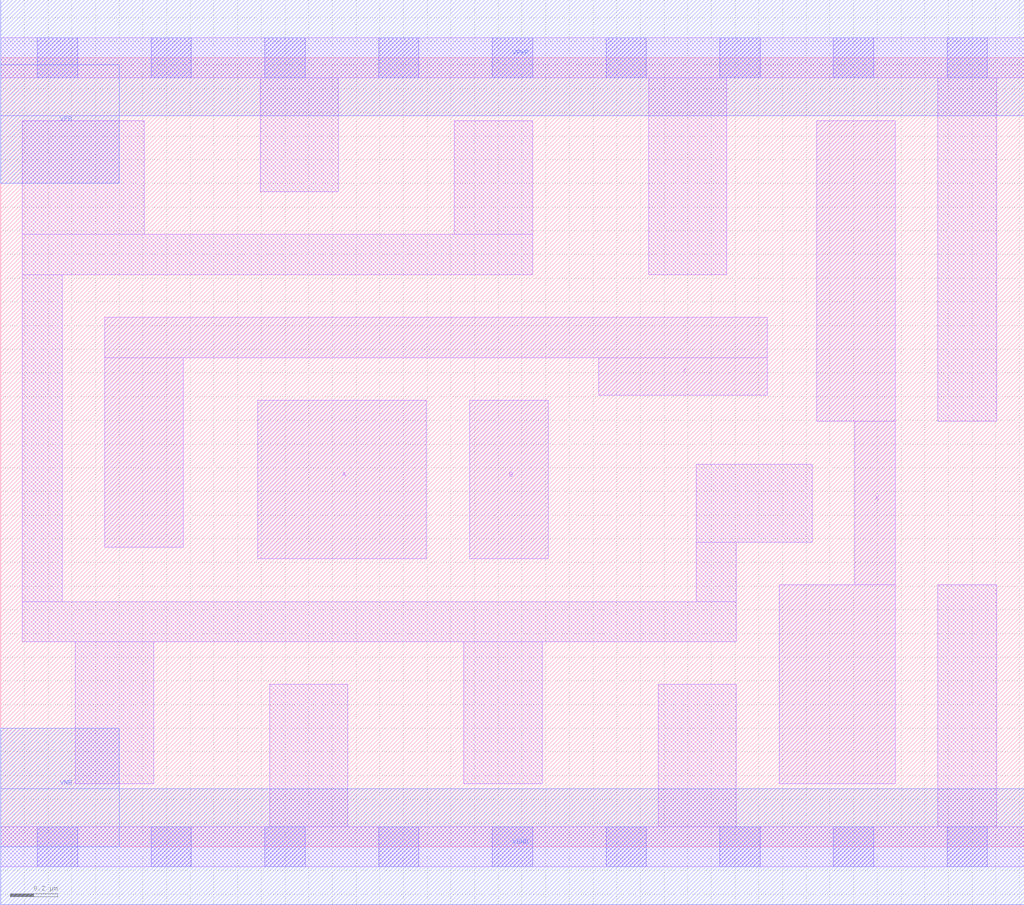
<source format=lef>
# Copyright 2020 The SkyWater PDK Authors
#
# Licensed under the Apache License, Version 2.0 (the "License");
# you may not use this file except in compliance with the License.
# You may obtain a copy of the License at
#
#     https://www.apache.org/licenses/LICENSE-2.0
#
# Unless required by applicable law or agreed to in writing, software
# distributed under the License is distributed on an "AS IS" BASIS,
# WITHOUT WARRANTIES OR CONDITIONS OF ANY KIND, either express or implied.
# See the License for the specific language governing permissions and
# limitations under the License.
#
# SPDX-License-Identifier: Apache-2.0

VERSION 5.5 ;
NAMESCASESENSITIVE ON ;
BUSBITCHARS "[]" ;
DIVIDERCHAR "/" ;
MACRO sky130_fd_sc_lp__maj3_2
  CLASS CORE ;
  SOURCE USER ;
  ORIGIN  0.000000  0.000000 ;
  SIZE  4.320000 BY  3.330000 ;
  SYMMETRY X Y R90 ;
  SITE unit ;
  PIN A
    ANTENNAGATEAREA  0.318000 ;
    DIRECTION INPUT ;
    USE SIGNAL ;
    PORT
      LAYER li1 ;
        RECT 1.085000 1.215000 1.795000 1.885000 ;
    END
  END A
  PIN B
    ANTENNAGATEAREA  0.318000 ;
    DIRECTION INPUT ;
    USE SIGNAL ;
    PORT
      LAYER li1 ;
        RECT 1.980000 1.215000 2.310000 1.885000 ;
    END
  END B
  PIN C
    ANTENNAGATEAREA  0.318000 ;
    DIRECTION INPUT ;
    USE SIGNAL ;
    PORT
      LAYER li1 ;
        RECT 0.440000 1.265000 0.770000 2.065000 ;
        RECT 0.440000 2.065000 3.235000 2.235000 ;
        RECT 2.525000 1.905000 3.235000 2.065000 ;
    END
  END C
  PIN X
    ANTENNADIFFAREA  0.588000 ;
    DIRECTION OUTPUT ;
    USE SIGNAL ;
    PORT
      LAYER li1 ;
        RECT 3.285000 0.265000 3.775000 1.105000 ;
        RECT 3.445000 1.795000 3.775000 3.065000 ;
        RECT 3.605000 1.105000 3.775000 1.795000 ;
    END
  END X
  PIN VGND
    DIRECTION INOUT ;
    USE GROUND ;
    PORT
      LAYER met1 ;
        RECT 0.000000 -0.245000 4.320000 0.245000 ;
    END
  END VGND
  PIN VNB
    DIRECTION INOUT ;
    USE GROUND ;
    PORT
      LAYER met1 ;
        RECT 0.000000 0.000000 0.500000 0.500000 ;
    END
  END VNB
  PIN VPB
    DIRECTION INOUT ;
    USE POWER ;
    PORT
      LAYER met1 ;
        RECT 0.000000 2.800000 0.500000 3.300000 ;
    END
  END VPB
  PIN VPWR
    DIRECTION INOUT ;
    USE POWER ;
    PORT
      LAYER met1 ;
        RECT 0.000000 3.085000 4.320000 3.575000 ;
    END
  END VPWR
  OBS
    LAYER li1 ;
      RECT 0.000000 -0.085000 4.320000 0.085000 ;
      RECT 0.000000  3.245000 4.320000 3.415000 ;
      RECT 0.090000  0.865000 3.105000 1.035000 ;
      RECT 0.090000  1.035000 0.260000 2.415000 ;
      RECT 0.090000  2.415000 2.245000 2.585000 ;
      RECT 0.090000  2.585000 0.605000 3.065000 ;
      RECT 0.315000  0.265000 0.645000 0.865000 ;
      RECT 1.095000  2.765000 1.425000 3.245000 ;
      RECT 1.135000  0.085000 1.465000 0.685000 ;
      RECT 1.915000  2.585000 2.245000 3.065000 ;
      RECT 1.955000  0.265000 2.285000 0.865000 ;
      RECT 2.735000  2.415000 3.065000 3.245000 ;
      RECT 2.775000  0.085000 3.105000 0.685000 ;
      RECT 2.935000  1.035000 3.105000 1.285000 ;
      RECT 2.935000  1.285000 3.425000 1.615000 ;
      RECT 3.955000  0.085000 4.205000 1.105000 ;
      RECT 3.955000  1.795000 4.205000 3.245000 ;
    LAYER mcon ;
      RECT 0.155000 -0.085000 0.325000 0.085000 ;
      RECT 0.155000  3.245000 0.325000 3.415000 ;
      RECT 0.635000 -0.085000 0.805000 0.085000 ;
      RECT 0.635000  3.245000 0.805000 3.415000 ;
      RECT 1.115000 -0.085000 1.285000 0.085000 ;
      RECT 1.115000  3.245000 1.285000 3.415000 ;
      RECT 1.595000 -0.085000 1.765000 0.085000 ;
      RECT 1.595000  3.245000 1.765000 3.415000 ;
      RECT 2.075000 -0.085000 2.245000 0.085000 ;
      RECT 2.075000  3.245000 2.245000 3.415000 ;
      RECT 2.555000 -0.085000 2.725000 0.085000 ;
      RECT 2.555000  3.245000 2.725000 3.415000 ;
      RECT 3.035000 -0.085000 3.205000 0.085000 ;
      RECT 3.035000  3.245000 3.205000 3.415000 ;
      RECT 3.515000 -0.085000 3.685000 0.085000 ;
      RECT 3.515000  3.245000 3.685000 3.415000 ;
      RECT 3.995000 -0.085000 4.165000 0.085000 ;
      RECT 3.995000  3.245000 4.165000 3.415000 ;
  END
END sky130_fd_sc_lp__maj3_2

</source>
